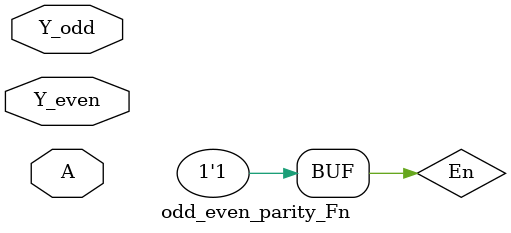
<source format=v>
`timescale 1ns / 1ps

module odd_even_parity_Fn(
    input [3:0] A,
    input Y_odd,
    input Y_even
    );
    
    wire [15:0] w;
    reg En=1'b1;
    Four_one_tree_decoder UU1(A,w,En);
    
    or J1(Y_odd,w[1],w[2],w[4],w[7],w[8],w[11],w[13],w[14]);
    or J2(Y_even,w[0],w[3],w[5],w[6],w[9],w[10],w[12],w[15]);
    
endmodule

</source>
